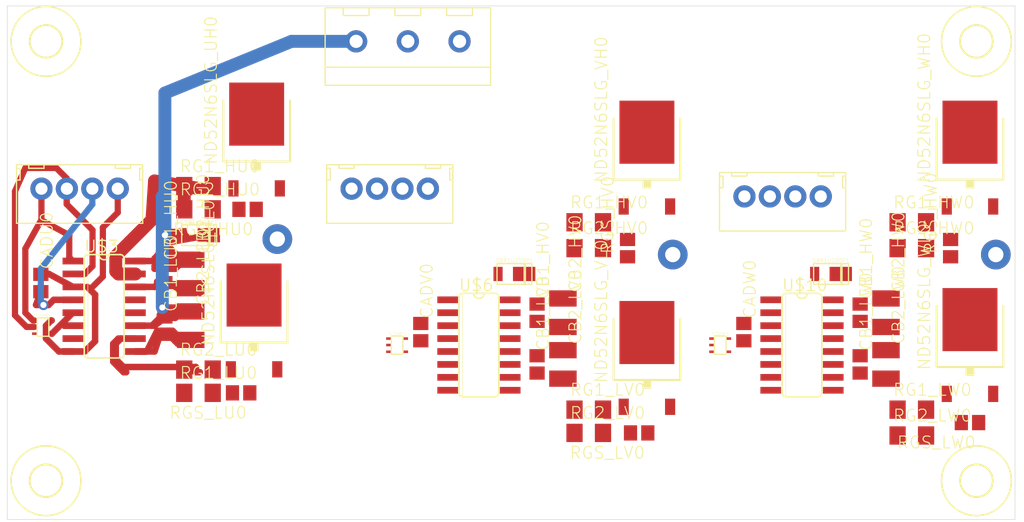
<source format=kicad_pcb>
(kicad_pcb (version 20211014) (generator pcbnew)
  (layers (0 "F.Cu" signal) (31 "B.Cu" signal) (34 "B.Paste" user) (35 "F.Paste" user) (36 "B.SilkS" user "B.Silkscreen") (37 "F.SilkS" user "F.Silkscreen") (38 "B.Mask" user) (39 "F.Mask" user) (44 "Edge.Cuts" user))
  (net 0 "")
  (net 1 "+5V")
  (net 2 "+18V")
  (net 3 "AGND")
  (net 4 "N$5")
  (net 5 "N$7")
  (net 6 "N$11")
  (net 7 "N$12")
  (net 8 "N$3")
  (net 9 "N$8")
  (net 10 "N$4")
  (net 11 "N$6")
  (net 12 "N$13")
  (net 13 "VCC")
  (net 14 "N$10")
  (net 15 "N$14")
  (net 16 "N$15")
  (net 17 "N$16")
  (net 18 "N$17")
  (net 19 "N$18")
  (net 20 "N$19")
  (net 21 "N$20")
  (net 22 "N$21")
  (net 23 "N$23")
  (net 24 "N$24")
  (net 25 "N$25")
  (net 26 "N$26")
  (net 27 "N$27")
  (net 28 "N$28")
  (net 29 "N$29")
  (net 30 "N$30")
  (net 31 "N$31")
  (net 32 "N$2")
  (net 33 "N$1")
  (net 34 "N$33")
  (net 35 "N$9")
  (net 36 "N$22")
  (footprint "motordriver_v2:R2012" (layer "F.Cu") (at 161.0841 121.7296 180)
    (fp_text reference "RGS_LV0" (at -0.635 -1.27 180) (layer "F.SilkS") (effects (font (size 1.1684 1.1684) (thickness 0.1016)) (justify right top)))
    (fp_text value "10k")
    (pad "1" smd rect (at -0.85 0 180) (size 1.3 1.5) (layers "F.Cu" "F.Paste" "F.Mask") (net 3 "AGND"))
    (pad "2" smd rect (at 0.85 0 180) (size 1.3 1.5) (layers "F.Cu" "F.Paste" "F.Mask") (net 14 "N$10"))
  )
  (footprint "motordriver_v2:3,0" (layer "F.Cu") (at 194.2311 126.4286)
    (fp_text reference "H2" hide)
    (fp_text value "MOUNT-HOLE3.0" hide)
    (pad "" np_thru_hole circle (at 0 0) (size 3 3) (drill 3) (layers *.Cu *.Mask))
  )
  (footprint "motordriver_v2:C3225" (layer "F.Cu") (at 185.3411 109.9186 -90)
    (fp_text reference "CB2_HW0" (at -1.905 -1.905 -90) (layer "F.SilkS") (effects (font (size 1.1684 1.1684) (thickness 0.1016)) (justify left bottom)))
    (fp_text value "10u")
    (pad "1" smd rect (at -1.4 0 270) (size 1.6 2.7) (layers "F.Cu" "F.Paste" "F.Mask") (net 25 "N$25"))
    (pad "2" smd rect (at 1.4 0 270) (size 1.6 2.7) (layers "F.Cu" "F.Paste" "F.Mask") (net 26 "N$26"))
  )
  (footprint "motordriver_v2:C2012" (layer "F.Cu") (at 171.3711 111.8236 -90)
    (fp_text reference "CADW0" (at -1.27 -1.27 -90) (layer "F.SilkS") (effects (font (size 1.1684 1.1684) (thickness 0.1016)) (justify left bottom)))
    (fp_text value "0.1u")
    (pad "1" smd rect (at -0.85 0 270) (size 1.3 1.5) (layers "F.Cu" "F.Paste" "F.Mask") (net 1 "+5V"))
    (pad "2" smd rect (at 0.85 0 270) (size 1.3 1.5) (layers "F.Cu" "F.Paste" "F.Mask") (net 36 "N$22"))
  )
  (footprint "motordriver_v2:SBR1U200P1" (layer "F.Cu") (at 178.3561 106.1086)
    (fp_text reference "U$11" hide)
    (fp_text value "SBR1U200P1" hide)
    (fp_text user "SBR1U200P1" (at 3.429 -1.524) (layer "F.SilkS") (effects (font (size 0.373888 0.373888) (thickness 0.032512)) (justify right top)))
    (pad "A" smd rect (at -0.0254 0 180) (size 0.9 1.4) (layers "F.Cu" "F.Paste" "F.Mask") (net 13 "VCC"))
    (pad "K" smd rect (at 2.54 0 180) (size 2.2 1.4) (layers "F.Cu" "F.Paste" "F.Mask") (net 25 "N$25"))
  )
  (footprint "motordriver_v2:R3216" (layer "F.Cu") (at 156.1311 119.4436)
    (fp_text reference "RG1_LV0" (at -1.905 -1.27) (layer "F.SilkS") (effects (font (size 1.1684 1.1684) (thickness 0.1016)) (justify left bottom)))
    (fp_text value "100")
    (pad "1" smd rect (at -1.4 0) (size 1.6 1.8) (layers "F.Cu" "F.Paste" "F.Mask") (net 19 "N$18"))
    (pad "2" smd rect (at 1.4 0) (size 1.6 1.8) (layers "F.Cu" "F.Paste" "F.Mask") (net 14 "N$10"))
  )
  (footprint "motordriver_v2:C2012" (layer "F.Cu") (at 114.4751 106.1086 -90)
    (fp_text reference "CB1_HU0" (at -1.27 -1.27 -90) (layer "F.SilkS") (effects (font (size 1.1684 1.1684) (thickness 0.1016)) (justify left bottom)))
    (fp_text value "0.1u")
    (pad "1" smd rect (at -0.85 0 270) (size 1.3 1.5) (layers "F.Cu" "F.Paste" "F.Mask") (net 6 "N$11"))
    (pad "2" smd rect (at 0.85 0 270) (size 1.3 1.5) (layers "F.Cu" "F.Paste" "F.Mask") (net 7 "N$12"))
  )
  (footprint "motordriver_v2:TERMINAL_3PIN" (layer "F.Cu") (at 143.4311 83.2486 180)
    (fp_text reference "U$7" hide)
    (fp_text value "TERMINAL_3PIN" hide)
    (pad "1" thru_hole circle (at 0 0 180) (size 2.1844 2.1844) (drill 1.3) (layers *.Cu *.Mask) (net 3 "AGND"))
    (pad "2" thru_hole circle (at 5.08 0 180) (size 2.1844 2.1844) (drill 1.3) (layers *.Cu *.Mask) (net 2 "+18V"))
    (pad "3" thru_hole circle (at 10.16 0 180) (size 2.1844 2.1844) (drill 1.3) (layers *.Cu *.Mask) (net 13 "VCC"))
  )
  (footprint "motordriver_v2:C2012" (layer "F.Cu") (at 114.4751 111.1886 -90)
    (fp_text reference "CB1_LU0" (at -1.27 -1.27 -90) (layer "F.SilkS") (effects (font (size 1.1684 1.1684) (thickness 0.1016)) (justify left bottom)))
    (fp_text value "0.1u")
    (pad "1" smd rect (at -0.85 0 270) (size 1.3 1.5) (layers "F.Cu" "F.Paste" "F.Mask") (net 13 "VCC"))
    (pad "2" smd rect (at 0.85 0 270) (size 1.3 1.5) (layers "F.Cu" "F.Paste" "F.Mask") (net 3 "AGND"))
  )
  (footprint "motordriver_v2:3,0" (layer "F.Cu") (at 194.2311 83.2486)
    (fp_text reference "H1" hide)
    (fp_text value "MOUNT-HOLE3.0" hide)
    (pad "" np_thru_hole circle (at 0 0) (size 3 3) (drill 3) (layers *.Cu *.Mask))
  )
  (footprint "motordriver_v2:TO252" (layer "F.Cu") (at 161.8461 94.6786)
    (fp_text reference "ND52N6SLG_VH0" (at -3.81 2.54 90) (layer "F.SilkS") (effects (font (size 1.1684 1.1684) (thickness 0.1016)) (justify left bottom)))
    (fp_text value "ND52N6SLG")
    (pad "1" smd rect (at -2.28 4.8) (size 1 1.6) (layers "F.Cu" "F.Paste" "F.Mask") (net 15 "N$14"))
    (pad "3" smd rect (at 2.28 4.8) (size 1 1.6) (layers "F.Cu" "F.Paste" "F.Mask") (net 17 "N$16"))
    (pad "4" smd rect (at 0 -2.5) (size 5.4 6.2) (layers "F.Cu" "F.Paste" "F.Mask") (net 2 "+18V"))
  )
  (footprint "motordriver_v2:C2012" (layer "F.Cu") (at 182.8011 109.9186 -90)
    (fp_text reference "CB1_HW0" (at -1.27 -1.27 -90) (layer "F.SilkS") (effects (font (size 1.1684 1.1684) (thickness 0.1016)) (justify left bottom)))
    (fp_text value "0.1u")
    (pad "1" smd rect (at -0.85 0 270) (size 1.3 1.5) (layers "F.Cu" "F.Paste" "F.Mask") (net 25 "N$25"))
    (pad "2" smd rect (at 0.85 0 270) (size 1.3 1.5) (layers "F.Cu" "F.Paste" "F.Mask") (net 26 "N$26"))
  )
  (footprint "motordriver_v2:SBR1U200P1" (layer "F.Cu") (at 116.2531 102.2986)
    (fp_text reference "SBD_U0" hide)
    (fp_text value "SBR1U200P1" hide)
    (fp_text user "SBR1U200P1" (at 3.429 -1.524) (layer "F.SilkS") (effects (font (size 0.373888 0.373888) (thickness 0.032512)) (justify right top)))
    (pad "A" smd rect (at -0.0254 0 180) (size 0.9 1.4) (layers "F.Cu" "F.Paste" "F.Mask") (net 13 "VCC"))
    (pad "K" smd rect (at 2.54 0 180) (size 2.2 1.4) (layers "F.Cu" "F.Paste" "F.Mask") (net 6 "N$11"))
  )
  (footprint "motordriver_v2:TC7S08FU" (layer "F.Cu") (at 168.1961 112.4586)
    (fp_text reference "U$12" hide)
    (fp_text value "TC7S08FU" hide)
    (fp_text user "TC7S08FU" (at -0.0508 -0.3556) (layer "F.SilkS") (effects (font (size 0.23368 0.23368) (thickness 0.02032)) (justify left bottom)))
    (pad "GND" smd rect (at 0 1.2954) (size 0.45 0.25) (layers "F.Cu" "F.Paste" "F.Mask") (net 36 "N$22"))
    (pad "INA" smd rect (at 0 0.635) (size 0.45 0.25) (layers "F.Cu" "F.Paste" "F.Mask") (net 31 "N$31"))
    (pad "INB" smd rect (at 0 0) (size 0.45 0.25) (layers "F.Cu" "F.Paste" "F.Mask") (net 30 "N$30"))
    (pad "OUT" smd rect (at 1.7018 1.2954) (size 0.45 0.25) (layers "F.Cu" "F.Paste" "F.Mask") (net 29 "N$29"))
    (pad "VCC" smd rect (at 1.7018 0) (size 0.45 0.25) (layers "F.Cu" "F.Paste" "F.Mask") (net 1 "+5V"))
  )
  (footprint "motordriver_v2:R3216" (layer "F.Cu") (at 117.7771 115.5066)
    (fp_text reference "RG2_LU0" (at -1.905 -1.27) (layer "F.SilkS") (effects (font (size 1.1684 1.1684) (thickness 0.1016)) (justify left bottom)))
    (fp_text value "100")
    (pad "1" smd rect (at -1.4 0) (size 1.6 1.8) (layers "F.Cu" "F.Paste" "F.Mask") (net 9 "N$8"))
    (pad "2" smd rect (at 1.4 0) (size 1.6 1.8) (layers "F.Cu" "F.Paste" "F.Mask") (net 4 "N$5"))
  )
  (footprint "motordriver_v2:C3225" (layer "F.Cu") (at 185.3411 114.9986 -90)
    (fp_text reference "CB2_LW0" (at -1.905 -1.905 -90) (layer "F.SilkS") (effects (font (size 1.1684 1.1684) (thickness 0.1016)) (justify left bottom)))
    (fp_text value "10u")
    (pad "1" smd rect (at -1.4 0 270) (size 1.6 2.7) (layers "F.Cu" "F.Paste" "F.Mask") (net 13 "VCC"))
    (pad "2" smd rect (at 1.4 0 270) (size 1.6 2.7) (layers "F.Cu" "F.Paste" "F.Mask") (net 3 "AGND"))
  )
  (footprint "motordriver_v2:C3225" (layer "F.Cu") (at 117.0151 111.1886 -90)
    (fp_text reference "CB2_LU0" (at -1.905 -1.905 -90) (layer "F.SilkS") (effects (font (size 1.1684 1.1684) (thickness 0.1016)) (justify left bottom)))
    (fp_text value "10u")
    (pad "1" smd rect (at -1.4 0 270) (size 1.6 2.7) (layers "F.Cu" "F.Paste" "F.Mask") (net 13 "VCC"))
    (pad "2" smd rect (at 1.4 0 270) (size 1.6 2.7) (layers "F.Cu" "F.Paste" "F.Mask") (net 3 "AGND"))
  )
  (footprint "motordriver_v2:R3216" (layer "F.Cu") (at 117.7771 99.7586)
    (fp_text reference "RG2_HU0" (at -1.905 -1.27) (layer "F.SilkS") (effects (font (size 1.1684 1.1684) (thickness 0.1016)) (justify left bottom)))
    (fp_text value "100")
    (pad "1" smd rect (at -1.4 0) (size 1.6 1.8) (layers "F.Cu" "F.Paste" "F.Mask") (net 8 "N$3"))
    (pad "2" smd rect (at 1.4 0) (size 1.6 1.8) (layers "F.Cu" "F.Paste" "F.Mask") (net 5 "N$7"))
  )
  (footprint "motordriver_v2:TC7S08FU" (layer "F.Cu") (at 136.4461 112.4586)
    (fp_text reference "U$8" hide)
    (fp_text value "TC7S08FU" hide)
    (fp_text user "TC7S08FU" (at -0.0508 -0.3556) (layer "F.SilkS") (effects (font (size 0.23368 0.23368) (thickness 0.02032)) (justify left bottom)))
    (pad "GND" smd rect (at 0 1.2954) (size 0.45 0.25) (layers "F.Cu" "F.Paste" "F.Mask") (net 35 "N$9"))
    (pad "INA" smd rect (at 0 0.635) (size 0.45 0.25) (layers "F.Cu" "F.Paste" "F.Mask") (net 22 "N$21"))
    (pad "INB" smd rect (at 0 0) (size 0.45 0.25) (layers "F.Cu" "F.Paste" "F.Mask") (net 21 "N$20"))
    (pad "OUT" smd rect (at 1.7018 1.2954) (size 0.45 0.25) (layers "F.Cu" "F.Paste" "F.Mask") (net 20 "N$19"))
    (pad "VCC" smd rect (at 1.7018 0) (size 0.45 0.25) (layers "F.Cu" "F.Paste" "F.Mask") (net 33 "N$1"))
  )
  (footprint "motordriver_v2:TO252" (layer "F.Cu") (at 193.5961 113.0936)
    (fp_text reference "ND52N6SLG_WL0" (at -3.81 2.54 90) (layer "F.SilkS") (effects (font (size 1.1684 1.1684) (thickness 0.1016)) (justify left bottom)))
    (fp_text value "ND52N6SLG")
    (pad "1" smd rect (at -2.28 4.8) (size 1 1.6) (layers "F.Cu" "F.Paste" "F.Mask") (net 23 "N$23"))
    (pad "3" smd rect (at 2.28 4.8) (size 1 1.6) (layers "F.Cu" "F.Paste" "F.Mask") (net 3 "AGND"))
    (pad "4" smd rect (at 0 -2.5) (size 5.4 6.2) (layers "F.Cu" "F.Paste" "F.Mask") (net 26 "N$26"))
  )
  (footprint "motordriver_v2:B4B-XH-A" (layer "F.Cu") (at 106.0931 97.7266 180)
    (fp_text reference "U$1" hide)
    (fp_text value "B4B-XH-A" hide)
    (pad "1" thru_hole circle (at -3.75 0 270) (size 2.1844 2.1844) (drill 1.2) (layers *.Cu *.Mask) (net 32 "N$2"))
    (pad "2" thru_hole circle (at -1.25 0 270) (size 2.1844 2.1844) (drill 1.2) (layers *.Cu *.Mask) (net 34 "N$33"))
    (pad "3" thru_hole circle (at 1.25 0 270) (size 2.1844 2.1844) (drill 1.2) (layers *.Cu *.Mask) (net 12 "N$13"))
    (pad "4" thru_hole circle (at 3.75 0 270) (size 2.1844 2.1844) (drill 1.2) (layers *.Cu *.Mask) (net 11 "N$6"))
  )
  (footprint "motordriver_v2:C3225" (layer "F.Cu") (at 153.5911 109.9186 -90)
    (fp_text reference "CB2_HV0" (at -1.905 -1.905 -90) (layer "F.SilkS") (effects (font (size 1.1684 1.1684) (thickness 0.1016)) (justify left bottom)))
    (fp_text value "10u")
    (pad "1" smd rect (at -1.4 0 270) (size 1.6 2.7) (layers "F.Cu" "F.Paste" "F.Mask") (net 16 "N$15"))
    (pad "2" smd rect (at 1.4 0 270) (size 1.6 2.7) (layers "F.Cu" "F.Paste" "F.Mask") (net 17 "N$16"))
  )
  (footprint "motordriver_v2:R2012" (layer "F.Cu") (at 193.5961 120.7136 180)
    (fp_text reference "RGS_LW0" (at -0.635 -1.27 180) (layer "F.SilkS") (effects (font (size 1.1684 1.1684) (thickness 0.1016)) (justify right top)))
    (fp_text value "10k")
    (pad "1" smd rect (at -0.85 0 180) (size 1.3 1.5) (layers "F.Cu" "F.Paste" "F.Mask") (net 3 "AGND"))
    (pad "2" smd rect (at 0.85 0 180) (size 1.3 1.5) (layers "F.Cu" "F.Paste" "F.Mask") (net 23 "N$23"))
  )
  (footprint "motordriver_v2:3,0" (layer "F.Cu") (at 102.7911 126.4286)
    (fp_text reference "H3" hide)
    (fp_text value "MOUNT-HOLE3.0" hide)
    (pad "" np_thru_hole circle (at 0 0) (size 3 3) (drill 3) (layers *.Cu *.Mask))
  )
  (footprint "motordriver_v2:C2012" (layer "F.Cu") (at 151.0511 109.9186 -90)
    (fp_text reference "CB1_HV0" (at -1.27 -1.27 -90) (layer "F.SilkS") (effects (font (size 1.1684 1.1684) (thickness 0.1016)) (justify left bottom)))
    (fp_text value "0.1u")
    (pad "1" smd rect (at -0.85 0 270) (size 1.3 1.5) (layers "F.Cu" "F.Paste" "F.Mask") (net 16 "N$15"))
    (pad "2" smd rect (at 0.85 0 270) (size 1.3 1.5) (layers "F.Cu" "F.Paste" "F.Mask") (net 17 "N$16"))
  )
  (footprint "motordriver_v2:TO252" (layer "F.Cu") (at 193.5961 94.6786)
    (fp_text reference "ND52N6SLG_WH0" (at -3.81 2.54 90) (layer "F.SilkS") (effects (font (size 1.1684 1.1684) (thickness 0.1016)) (justify left bottom)))
    (fp_text value "ND52N6SLG")
    (pad "1" smd rect (at -2.28 4.8) (size 1 1.6) (layers "F.Cu" "F.Paste" "F.Mask") (net 24 "N$24"))
    (pad "3" smd rect (at 2.28 4.8) (size 1 1.6) (layers "F.Cu" "F.Paste" "F.Mask") (net 26 "N$26"))
    (pad "4" smd rect (at 0 -2.5) (size 5.4 6.2) (layers "F.Cu" "F.Paste" "F.Mask") (net 2 "+18V"))
  )
  (footprint "motordriver_v2:R3216" (layer "F.Cu") (at 187.8811 101.0286)
    (fp_text reference "RG1_HW0" (at -1.905 -1.27) (layer "F.SilkS") (effects (font (size 1.1684 1.1684) (thickness 0.1016)) (justify left bottom)))
    (fp_text value "100")
    (pad "1" smd rect (at -1.4 0) (size 1.6 1.8) (layers "F.Cu" "F.Paste" "F.Mask") (net 27 "N$27"))
    (pad "2" smd rect (at 1.4 0) (size 1.6 1.8) (layers "F.Cu" "F.Paste" "F.Mask") (net 24 "N$24"))
  )
  (footprint "motordriver_v2:TH_HOLE_1.5MM" (layer "F.Cu") (at 164.3861 104.2036)
    (fp_text reference "U1" hide)
    (fp_text value "TH_HOLE_1.5MM" hide)
    (pad "P$1" thru_hole circle (at 0 0) (size 2.921 2.921) (drill 1.5) (layers *.Cu *.Mask) (net 17 "N$16"))
  )
  (footprint "motordriver_v2:R2012" (layer "F.Cu") (at 122.6031 99.7586 180)
    (fp_text reference "RGS_HU0" (at -0.635 -1.27 180) (layer "F.SilkS") (effects (font (size 1.1684 1.1684) (thickness 0.1016)) (justify right top)))
    (fp_text value "10k")
    (pad "1" smd rect (at -0.85 0 180) (size 1.3 1.5) (layers "F.Cu" "F.Paste" "F.Mask") (net 7 "N$12"))
    (pad "2" smd rect (at 0.85 0 180) (size 1.3 1.5) (layers "F.Cu" "F.Paste" "F.Mask") (net 5 "N$7"))
  )
  (footprint "motordriver_v2:C2012" (layer "F.Cu") (at 182.8011 114.9986 -90)
    (fp_text reference "CB1_LW0" (at -1.27 -1.27 -90) (layer "F.SilkS") (effects (font (size 1.1684 1.1684) (thickness 0.1016)) (justify left bottom)))
    (fp_text value "0.1u")
    (pad "1" smd rect (at -0.85 0 270) (size 1.3 1.5) (layers "F.Cu" "F.Paste" "F.Mask") (net 13 "VCC"))
    (pad "2" smd rect (at 0.85 0 270) (size 1.3 1.5) (layers "F.Cu" "F.Paste" "F.Mask") (net 3 "AGND"))
  )
  (footprint "motordriver_v2:TC7S08FU" (layer "F.Cu") (at 101.6481 110.6806)
    (fp_text reference "U$5" hide)
    (fp_text value "TC7S08FU" hide)
    (fp_text user "TC7S08FU" (at -0.0508 -0.3556) (layer "F.SilkS") (effects (font (size 0.23368 0.23368) (thickness 0.02032)) (justify left bottom)))
    (pad "GND" smd rect (at 0 1.2954) (size 0.45 0.25) (layers "F.Cu" "F.Paste" "F.Mask") (net 34 "N$33"))
    (pad "INA" smd rect (at 0 0.635) (size 0.45 0.25) (layers "F.Cu" "F.Paste" "F.Mask") (net 12 "N$13"))
    (pad "INB" smd rect (at 0 0) (size 0.45 0.25) (layers "F.Cu" "F.Paste" "F.Mask") (net 11 "N$6"))
    (pad "OUT" smd rect (at 1.7018 1.2954) (size 0.45 0.25) (layers "F.Cu" "F.Paste" "F.Mask") (net 10 "N$4"))
    (pad "VCC" smd rect (at 1.7018 0) (size 0.45 0.25) (layers "F.Cu" "F.Paste" "F.Mask") (net 32 "N$2"))
  )
  (footprint "motordriver_v2:SBR1U200P1" (layer "F.Cu") (at 147.2411 106.1086)
    (fp_text reference "SBD_V0" hide)
    (fp_text value "SBR1U200P1" hide)
    (fp_text user "SBR1U200P1" (at 3.429 -1.524) (layer "F.SilkS") (effects (font (size 0.373888 0.373888) (thickness 0.032512)) (justify right top)))
    (pad "A" smd rect (at -0.0254 0 180) (size 0.9 1.4) (layers "F.Cu" "F.Paste" "F.Mask") (net 13 "VCC"))
    (pad "K" smd rect (at 2.54 0 180) (size 2.2 1.4) (layers "F.Cu" "F.Paste" "F.Mask") (net 16 "N$15"))
  )
  (footprint "motordriver_v2:R3216" (layer "F.Cu") (at 187.8811 103.5686)
    (fp_text reference "RG2_HW0" (at -1.905 -1.27) (layer "F.SilkS") (effects (font (size 1.1684 1.1684) (thickness 0.1016)) (justify left bottom)))
    (fp_text value "100")
    (pad "1" smd rect (at -1.4 0) (size 1.6 1.8) (layers "F.Cu" "F.Paste" "F.Mask") (net 27 "N$27"))
    (pad "2" smd rect (at 1.4 0) (size 1.6 1.8) (layers "F.Cu" "F.Paste" "F.Mask") (net 24 "N$24"))
  )
  (footprint "motordriver_v2:R3216" (layer "F.Cu") (at 156.1311 103.5686)
    (fp_text reference "RG2_HV0" (at -1.905 -1.27) (layer "F.SilkS") (effects (font (size 1.1684 1.1684) (thickness 0.1016)) (justify left bottom)))
    (fp_text value "100")
    (pad "1" smd rect (at -1.4 0) (size 1.6 1.8) (layers "F.Cu" "F.Paste" "F.Mask") (net 18 "N$17"))
    (pad "2" smd rect (at 1.4 0) (size 1.6 1.8) (layers "F.Cu" "F.Paste" "F.Mask") (net 15 "N$14"))
  )
  (footprint "motordriver_v2:R3216" (layer "F.Cu") (at 117.7771 97.4726)
    (fp_text reference "RG1_HU0" (at -1.905 -1.27) (layer "F.SilkS") (effects (font (size 1.1684 1.1684) (thickness 0.1016)) (justify left bottom)))
    (fp_text value "100")
    (pad "1" smd rect (at -1.4 0) (size 1.6 1.8) (layers "F.Cu" "F.Paste" "F.Mask") (net 8 "N$3"))
    (pad "2" smd rect (at 1.4 0) (size 1.6 1.8) (layers "F.Cu" "F.Paste" "F.Mask") (net 5 "N$7"))
  )
  (footprint "motordriver_v2:R2012" (layer "F.Cu") (at 191.6911 103.5686 90)
    (fp_text reference "RGS_HW0" (at -0.635 -1.27 90) (layer "F.SilkS") (effects (font (size 1.1684 1.1684) (thickness 0.1016)) (justify left bottom)))
    (fp_text value "10k")
    (pad "1" smd rect (at -0.85 0 90) (size 1.3 1.5) (layers "F.Cu" "F.Paste" "F.Mask") (net 26 "N$26"))
    (pad "2" smd rect (at 0.85 0 90) (size 1.3 1.5) (layers "F.Cu" "F.Paste" "F.Mask") (net 24 "N$24"))
  )
  (footprint "motordriver_v2:TH_HOLE_1.5MM" (layer "F.Cu") (at 196.1361 104.2036)
    (fp_text reference "U2" hide)
    (fp_text value "TH_HOLE_1.5MM" hide)
    (pad "P$1" thru_hole circle (at 0 0) (size 2.921 2.921) (drill 1.5) (layers *.Cu *.Mask) (net 26 "N$26"))
  )
  (footprint "motordriver_v2:R3216" (layer "F.Cu") (at 156.1311 121.7296)
    (fp_text reference "RG2_LV0" (at -1.905 -1.27) (layer "F.SilkS") (effects (font (size 1.1684 1.1684) (thickness 0.1016)) (justify left bottom)))
    (fp_text value "100")
    (pad "1" smd rect (at -1.4 0) (size 1.6 1.8) (layers "F.Cu" "F.Paste" "F.Mask") (net 19 "N$18"))
    (pad "2" smd rect (at 1.4 0) (size 1.6 1.8) (layers "F.Cu" "F.Paste" "F.Mask") (net 14 "N$10"))
  )
  (footprint "motordriver_v2:C3225" (layer "F.Cu") (at 117.0151 106.1086 -90)
    (fp_text reference "CB2_HU0" (at -1.905 -1.905 -90) (layer "F.SilkS") (effects (font (size 1.1684 1.1684) (thickness 0.1016)) (justify left bottom)))
    (fp_text value "10u")
    (pad "1" smd rect (at -1.4 0 270) (size 1.6 2.7) (layers "F.Cu" "F.Paste" "F.Mask") (net 6 "N$11"))
    (pad "2" smd rect (at 1.4 0 270) (size 1.6 2.7) (layers "F.Cu" "F.Paste" "F.Mask") (net 7 "N$12"))
  )
  (footprint "motordriver_v2:3,0" (layer "F.Cu") (at 102.7911 83.2486)
    (fp_text reference "H4" hide)
    (fp_text value "MOUNT-HOLE3.0" hide)
    (pad "" np_thru_hole circle (at 0 0) (size 3 3) (drill 3) (layers *.Cu *.Mask))
  )
  (footprint "motordriver_v2:SO16" (layer "F.Cu") (at 105.9661 104.8386)
    (fp_text reference "U$3" (at 0.508 -0.762) (layer "F.SilkS") (effects (font (size 1.143 1.143) (thickness 0.127)) (justify left bottom)))
    (fp_text value "ADUM3224")
    (pad "DIS" smd rect (at -0.5334 5.08 270) (size 0.6604 2.032) (layers "F.Cu" "F.Paste" "F.Mask") (net 10 "N$4"))
    (pad "LGND" smd rect (at -0.5334 3.81 270) (size 0.6604 2.032) (layers "F.Cu" "F.Paste" "F.Mask") (net 34 "N$33"))
    (pad "NC1" smd rect (at -0.5334 6.35 270) (size 0.6604 2.032) (layers "F.Cu" "F.Paste" "F.Mask"))
    (pad "NC2" smd rect (at -0.5334 7.62 270) (size 0.6604 2.032) (layers "F.Cu" "F.Paste" "F.Mask"))
    (pad "NC3" smd rect (at 5.6134 5.08 270) (size 0.6604 2.032) (layers "F.Cu" "F.Paste" "F.Mask"))
    (pad "NC4" smd rect (at 5.6134 3.81 270) (size 0.6604 2.032) (layers "F.Cu" "F.Paste" "F.Mask"))
    (pad "PGND" smd rect (at 5.6134 8.89 270) (size 0.6604 2.032) (layers "F.Cu" "F.Paste" "F.Mask") (net 3 "AGND"))
    (pad "VCC1" smd rect (at -0.5334 2.54 270) (size 0.6604 2.032) (layers "F.Cu" "F.Paste" "F.Mask") (net 32 "N$2"))
    (pad "VCC2" smd rect (at -0.5334 8.89 270) (size 0.6604 2.032) (layers "F.Cu" "F.Paste" "F.Mask") (net 32 "N$2"))
    (pad "VDDH" smd rect (at 5.6134 0 270) (size 0.6604 2.032) (layers "F.Cu" "F.Paste" "F.Mask") (net 6 "N$11"))
    (pad "VDDL" smd rect (at 5.6134 6.35 270) (size 0.6604 2.032) (layers "F.Cu" "F.Paste" "F.Mask") (net 13 "VCC"))
    (pad "VIH" smd rect (at -0.5334 0 270) (size 0.6604 2.032) (layers "F.Cu" "F.Paste" "F.Mask") (net 11 "N$6"))
    (pad "VIL" smd rect (at -0.5334 1.27 270) (size 0.6604 2.032) (layers "F.Cu" "F.Paste" "F.Mask") (net 12 "N$13"))
    (pad "VOH" smd rect (at 5.6134 1.27 270) (size 0.6604 2.032) (layers "F.Cu" "F.Paste" "F.Mask") (net 8 "N$3"))
    (pad "VOL" smd rect (at 5.6134 7.62 270) (size 0.6604 2.032) (layers "F.Cu" "F.Paste" "F.Mask") (net 9 "N$8"))
    (pad "VS" smd rect (at 5.6134 2.54 270) (size 0.6604 2.032) (layers "F.Cu" "F.Paste" "F.Mask") (net 7 "N$12"))
  )
  (footprint "motordriver_v2:B4B-XH-A" (layer "F.Cu") (at 136.5731 97.7266 180)
    (fp_text reference "U$2" hide)
    (fp_text value "B4B-XH-A" hide)
    (pad "1" thru_hole circle (at -3.75 0 270) (size 2.1844 2.1844) (drill 1.2) (layers *.Cu *.Mask) (net 33 "N$1"))
    (pad "2" thru_hole circle (at -1.25 0 270) (size 2.1844 2.1844) (drill 1.2) (layers *.Cu *.Mask) (net 35 "N$9"))
    (pad "3" thru_hole circle (at 1.25 0 270) (size 2.1844 2.1844) (drill 1.2) (layers *.Cu *.Mask) (net 22 "N$21"))
    (pad "4" thru_hole circle (at 3.75 0 270) (size 2.1844 2.1844) (drill 1.2) (layers *.Cu *.Mask) (net 21 "N$20"))
  )
  (footprint "motordriver_v2:C2012" (layer "F.Cu") (at 151.0511 114.9986 -90)
    (fp_text reference "CB1_LV0" (at -1.27 -1.27 -90) (layer "F.SilkS") (effects (font (size 1.1684 1.1684) (thickness 0.1016)) (justify left bottom)))
    (fp_text value "0.1u")
    (pad "1" smd rect (at -0.85 0 270) (size 1.3 1.5) (layers "F.Cu" "F.Paste" "F.Mask") (net 13 "VCC"))
    (pad "2" smd rect (at 0.85 0 270) (size 1.3 1.5) (layers "F.Cu" "F.Paste" "F.Mask") (net 3 "AGND"))
  )
  (footprint "motordriver_v2:C2012" (layer "F.Cu") (at 102.2831 106.9976 -90)
    (fp_text reference "CADU0" (at -1.27 -1.27 -90) (layer "F.SilkS") (effects (font (size 1.1684 1.1684) (thickness 0.1016)) (justify left bottom)))
    (fp_text value "0.1u")
    (pad "1" smd rect (at -0.85 0 270) (size 1.3 1.5) (layers "F.Cu" "F.Paste" "F.Mask") (net 32 "N$2"))
    (pad "2" smd rect (at 0.85 0 270) (size 1.3 1.5) (layers "F.Cu" "F.Paste" "F.Mask") (net 34 "N$33"))
  )
  (footprint "motordriver_v2:TO252" (layer "F.Cu") (at 161.8461 114.3636)
    (fp_text reference "ND52N6SLG_VL0" (at -3.81 2.54 90) (layer "F.SilkS") (effects (font (size 1.1684 1.1684) (thickness 0.1016)) (justify left bottom)))
    (fp_text value "ND52N6SLG")
    (pad "1" smd rect (at -2.28 4.8) (size 1 1.6) (layers "F.Cu" "F.Paste" "F.Mask") (net 14 "N$10"))
    (pad "3" smd rect (at 2.28 4.8) (size 1 1.6) (layers "F.Cu" "F.Paste" "F.Mask") (net 3 "AGND"))
    (pad "4" smd rect (at 0 -2.5) (size 5.4 6.2) (layers "F.Cu" "F.Paste" "F.Mask") (net 17 "N$16"))
  )
  (footprint "motordriver_v2:B4B-XH-A" (layer "F.Cu") (at 175.1811 98.4886 180)
    (fp_text reference "U$4" hide)
    (fp_text value "B4B-XH-A" hide)
    (pad "1" thru_hole circle (at -3.75 0 270) (size 2.1844 2.1844) (drill 1.2) (layers *.Cu *.Mask) (net 1 "+5V"))
    (pad "2" thru_hole circle (at -1.25 0 270) (size 2.1844 2.1844) (drill 1.2) (layers *.Cu *.Mask) (net 36 "N$22"))
    (pad "3" thru_hole circle (at 1.25 0 270) (size 2.1844 2.1844) (drill 1.2) (layers *.Cu *.Mask) (net 30 "N$30"))
    (pad "4" thru_hole circle (at 3.75 0 270) (size 2.1844 2.1844) (drill 1.2) (layers *.Cu *.Mask) (net 31 "N$31"))
  )
  (footprint "motordriver_v2:TH_HOLE_1.5MM" (layer "F.Cu") (at 125.5241 102.6796)
    (fp_text reference "U0" hide)
    (fp_text value "TH_HOLE_1.5MM" hide)
    (pad "P$1" thru_hole circle (at 0 0) (size 2.921 2.921) (drill 1.5) (layers *.Cu *.Mask) (net 7 "N$12"))
  )
  (footprint "motordriver_v2:R3216" (layer "F.Cu") (at 156.1311 101.0286)
    (fp_text reference "RG1_HV0" (at -1.905 -1.27) (layer "F.SilkS") (effects (font (size 1.1684 1.1684) (thickness 0.1016)) (justify left bottom)))
    (fp_text value "100")
    (pad "1" smd rect (at -1.4 0) (size 1.6 1.8) (layers "F.Cu" "F.Paste" "F.Mask") (net 18 "N$17"))
    (pad "2" smd rect (at 1.4 0) (size 1.6 1.8) (layers "F.Cu" "F.Paste" "F.Mask") (net 15 "N$14"))
  )
  (footprint "motordriver_v2:R3216" (layer "F.Cu") (at 187.8811 121.9836)
    (fp_text reference "RG2_LW0" (at -1.905 -1.27) (layer "F.SilkS") (effects (font (size 1.1684 1.1684) (thickness 0.1016)) (justify left bottom)))
    (fp_text value "100")
    (pad "1" smd rect (at -1.4 0) (size 1.6 1.8) (layers "F.Cu" "F.Paste" "F.Mask") (net 28 "N$28"))
    (pad "2" smd rect (at 1.4 0) (size 1.6 1.8) (layers "F.Cu" "F.Paste" "F.Mask") (net 23 "N$23"))
  )
  (footprint "motordriver_v2:R2012" (layer "F.Cu") (at 159.9411 103.5686 90)
    (fp_text reference "RGS_HV0" (at -0.635 -1.27 90) (layer "F.SilkS") (effects (font (size 1.1684 1.1684) (thickness 0.1016)) (justify left bottom)))
    (fp_text value "10k")
    (pad "1" smd rect (at -0.85 0 90) (size 1.3 1.5) (layers "F.Cu" "F.Paste" "F.Mask") (net 17 "N$16"))
    (pad "2" smd rect (at 0.85 0 90) (size 1.3 1.5) (layers "F.Cu" "F.Paste" "F.Mask") (net 15 "N$14"))
  )
  (footprint "motordriver_v2:SO16" (layer "F.Cu") (at 174.5461 108.6486)
    (fp_text reference "U$10" (at 0.508 -0.762) (layer "F.SilkS") (effects (font (size 1.143 1.143) (thickness 0.127)) (justify left bottom)))
    (fp_text value "ADUM3224")
    (pad "DIS" smd rect (at -0.5334 5.08 270) (size 0.6604 2.032) (layers "F.Cu" "F.Paste" "F.Mask") (net 29 "N$29"))
    (pad "LGND" smd rect (at -0.5334 3.81 270) (size 0.6604 2.032) (layers "F.Cu" "F.Paste" "F.Mask") (net 36 "N$22"))
    (pad "NC1" smd rect (at -0.5334 6.35 270) (size 0.6604 2.032) (layers "F.Cu" "F.Paste" "F.Mask"))
    (pad "NC2" smd rect (at -0.5334 7.62 270) (size 0.6604 2.032) (layers "F.Cu" "F.Paste" "F.Mask"))
    (pad "NC3" smd rect (at 5.6134 5.08 270) (size 0.6604 2.032) (layers "F.Cu" "F.Paste" "F.Mask"))
    (pad "NC4" smd rect (at 5.6134 3.81 270) (size 0.6604 2.032) (layers "F.Cu" "F.Paste" "F.Mask"))
    (pad "PGND" smd rect (at 5.6134 8.89 270) (size 0.6604 2.032) (layers "F.Cu" "F.Paste" "F.Mask") (net 3 "AGND"))
    (pad "VCC1" smd rect (at -0.5334 2.54 270) (size 0.6604 2.032) (layers "F.Cu" "F.Paste" "F.Mask") (net 1 "+5V"))
    (pad "VCC2" smd rect (at -0.5334 8.89 270) (size 0.6604 2.032) (layers "F.Cu" "F.Paste" "F.Mask") (net 1 "+5V"))
    (pad "VDDH" smd rect (at 5.6134 0 270) (size 0.6604 2.032) (layers "F.Cu" "F.Paste" "F.Mask") (net 25 "N$25"))
    (pad "VDDL" smd rect (at 5.6134 6.35 270) (size 0.6604 2.032) (layers "F.Cu" "F.Paste" "F.Mask") (net 13 "VCC"))
    (pad "VIH" smd rect (at -0.5334 0 270) (size 0.6604 2.032) (layers "F.Cu" "F.Paste" "F.Mask") (net 30 "N$30"))
    (pad "VIL" smd rect (at -0.5334 1.27 270) (size 0.6604 2.032) (layers "F.Cu" "F.Paste" "F.Mask") (net 31 "N$31"))
    (pad "VOH" smd rect (at 5.6134 1.27 270) (size 0.6604 2.032) (layers "F.Cu" "F.Paste" "F.Mask") (net 27 "N$27"))
    (pad "VOL" smd rect (at 5.6134 7.62 270) (size 0.6604 2.032) (layers "F.Cu" "F.Paste" "F.Mask") (net 28 "N$28"))
    (pad "VS" smd rect (at 5.6134 2.54 270) (size 0.6604 2.032) (layers "F.Cu" "F.Paste" "F.Mask") (net 26 "N$26"))
  )
  (footprint "motordriver_v2:R2012" (layer "F.Cu") (at 121.9681 117.7926 180)
    (fp_text reference "RGS_LU0" (at -0.635 -1.27 180) (layer "F.SilkS") (effects (font (size 1.1684 1.1684) (thickness 0.1016)) (justify right top)))
    (fp_text value "10k")
    (pad "1" smd rect (at -0.85 0 180) (size 1.3 1.5) (layers "F.Cu" "F.Paste" "F.Mask") (net 3 "AGND"))
    (pad "2" smd rect (at 0.85 0 180) (size 1.3 1.5) (layers "F.Cu" "F.Paste" "F.Mask") (net 4 "N$5"))
  )
  (footprint "motordriver_v2:SO16" (layer "F.Cu") (at 142.7961 108.6486)
    (fp_text reference "U$6" (at 0.508 -0.762) (layer "F.SilkS") (effects (font (size 1.143 1.143) (thickness 0.127)) (justify left bottom)))
    (fp_text value "ADUM3224")
    (pad "DIS" smd rect (at -0.5334 5.08 270) (size 0.6604 2.032) (layers "F.Cu" "F.Paste" "F.Mask") (net 20 "N$19"))
    (pad "LGND" smd rect (at -0.5334 3.81 270) (size 0.6604 2.032) (layers "F.Cu" "F.Paste" "F.Mask") (net 35 "N$9"))
    (pad "NC1" smd rect (at -0.5334 6.35 270) (size 0.6604 2.032) (layers "F.Cu" "F.Paste" "F.Mask"))
    (pad "NC2" smd rect (at -0.5334 7.62 270) (size 0.6604 2.032) (layers "F.Cu" "F.Paste" "F.Mask"))
    (pad "NC3" smd rect (at 5.6134 5.08 270) (size 0.6604 2.032) (layers "F.Cu" "F.Paste" "F.Mask"))
    (pad "NC4" smd rect (at 5.6134 3.81 270) (size 0.6604 2.032) (layers "F.Cu" "F.Paste" "F.Mask"))
    (pad "PGND" smd rect (at 5.6134 8.89 270) (size 0.6604 2.032) (layers "F.Cu" "F.Paste" "F.Mask") (net 3 "AGND"))
    (pad "VCC1" smd rect (at -0.5334 2.54 270) (size 0.6604 2.032) (layers "F.Cu" "F.Paste" "F.Mask") (net 33 "N$1"))
    (pad "VCC2" smd rect (at -0.5334 8.89 270) (size 0.6604 2.032) (layers "F.Cu" "F.Paste" "F.Mask") (net 33 "N$1"))
    (pad "VDDH" smd rect (at 5.6134 0 270) (size 0.6604 2.032) (layers "F.Cu" "F.Paste" "F.Mask") (net 16 "N$15"))
    (pad "VDDL" smd rect (at 5.6134 6.35 270) (size 0.6604 2.032) (layers "F.Cu" "F.Paste" "F.Mask") (net 13 "VCC"))
    (pad "VIH" smd rect (at -0.5334 0 270) (size 0.6604 2.032) (layers "F.Cu" "F.Paste" "F.Mask") (net 21 "N$20"))
    (pad "VIL" smd rect (at -0.5334 1.27 270) (size 0.6604 2.032) (layers "F.Cu" "F.Paste" "F.Mask") (net 22 "N$21"))
    (pad "VOH" smd rect (at 5.6134 1.27 270) (size 0.6604 2.032) (layers "F.Cu" "F.Paste" "F.Mask") (net 18 "N$17"))
    (pad "VOL" smd rect (at 5.6134 7.62 270) (size 0.6604 2.032) (layers "F.Cu" "F.Paste" "F.Mask") (net 19 "N$18"))
    (pad "VS" smd rect (at 5.6134 2.54 270) (size 0.6604 2.032) (layers "F.Cu" "F.Paste" "F.Mask") (net 17 "N$16"))
  )
  (footprint "motordriver_v2:R3216" (layer "F.Cu") (at 187.8811 119.4436)
    (fp_text reference "RG1_LW0" (at -1.905 -1.27) (layer "F.SilkS") (effects (font (size 1.1684 1.1684) (thickness 0.1016)) (justify left bottom)))
    (fp_text value "100")
    (pad "1" smd rect (at -1.4 0) (size 1.6 1.8) (layers "F.Cu" "F.Paste" "F.Mask") (net 28 "N$28"))
    (pad "2" smd rect (at 1.4 0) (size 1.6 1.8) (layers "F.Cu" "F.Paste" "F.Mask") (net 23 "N$23"))
  )
  (footprint "motordriver_v2:C3225" (layer "F.Cu") (at 153.5911 114.9986 -90)
    (fp_text reference "CB2_LV0" (at -1.905 -1.905 -90) (layer "F.SilkS") (effects (font (size 1.1684 1.1684) (thickness 0.1016)) (justify left bottom)))
    (fp_text value "10u")
    (pad "1" smd rect (at -1.4 0 270) (size 1.6 2.7) (layers "F.Cu" "F.Paste" "F.Mask") (net 13 "VCC"))
    (pad "2" smd rect (at 1.4 0 270) (size 1.6 2.7) (layers "F.Cu" "F.Paste" "F.Mask") (net 3 "AGND"))
  )
  (footprint "motordriver_v2:TO252" (layer "F.Cu") (at 123.2381 110.6806)
    (fp_text reference "ND52N6SLG_UL0" (at -3.81 2.54 90) (layer "F.SilkS") (effects (font (size 1.1684 1.1684) (thickness 0.1016)) (justify left bottom)))
    (fp_text value "ND52N6SLG")
    (pad "1" smd rect (at -2.28 4.8) (size 1 1.6) (layers "F.Cu" "F.Paste" "F.Mask") (net 4 "N$5"))
    (pad "3" smd rect (at 2.28 4.8) (size 1 1.6) (layers "F.Cu" "F.Paste" "F.Mask") (net 3 "AGND"))
    (pad "4" smd rect (at 0 -2.5) (size 5.4 6.2) (layers "F.Cu" "F.Paste" "F.Mask") (net 7 "N$12"))
  )
  (footprint "motordriver_v2:TO252" (layer "F.Cu") (at 123.4921 92.9006)
    (fp_text reference "ND52N6SLG_UH0" (at -3.81 2.54 90) (layer "F.SilkS") (effects (font (size 1.1684 1.1684) (thickness 0.1016)) (justify left bottom)))
    (fp_text value "ND52N6SLG")
    (pad "1" smd rect (at -2.28 4.8) (size 1 1.6) (layers "F.Cu" "F.Paste" "F.Mask") (net 5 "N$7"))
    (pad "3" smd rect (at 2.28 4.8) (size 1 1.6) (layers "F.Cu" "F.Paste" "F.Mask") (net 7 "N$12"))
    (pad "4" smd rect (at 0 -2.5) (size 5.4 6.2) (layers "F.Cu" "F.Paste" "F.Mask") (net 2 "+18V"))
  )
  (footprint "motordriver_v2:C2012" (layer "F.Cu") (at 139.6211 111.8236 -90)
    (fp_text reference "CADV0" (at -1.27 -1.27 -90) (layer "F.SilkS") (effects (font (size 1.1684 1.1684) (thickness 0.1016)) (justify left bottom)))
    (fp_text value "0.1u")
    (pad "1" smd rect (at -0.85 0 270) (size 1.3 1.5) (layers "F.Cu" "F.Paste" "F.Mask") (net 33 "N$1"))
    (pad "2" smd rect (at 0.85 0 270) (size 1.3 1.5) (layers "F.Cu" "F.Paste" "F.Mask") (net 35 "N$9"))
  )
  (footprint "motordriver_v2:R3216" (layer "F.Cu") (at 117.7771 117.7926)
    (fp_text reference "RG1_LU0" (at -1.905 -1.27) (layer "F.SilkS") (effects (font (size 1.1684 1.1684) (thickness 0.1016)) (justify left bottom)))
    (fp_text value "100")
    (pad "1" smd rect (at -1.4 0) (size 1.6 1.8) (layers "F.Cu" "F.Paste" "F.Mask") (net 9 "N$8"))
    (pad "2" smd rect (at 1.4 0) (size 1.6 1.8) (layers "F.Cu" "F.Paste" "F.Mask") (net 4 "N$5"))
  )
  (gr_line (start 98.9811 79.7686) (end 98.9811 130.2386) (layer "Edge.Cuts") (width 0.05))
  (gr_line (start 98.9811 130.2386) (end 198.0211 130.2386) (layer "Edge.Cuts") (width 0.05))
  (gr_line (start 198.0211 130.2386) (end 198.0211 79.7686) (layer "Edge.Cuts") (width 0.05))
  (gr_line (start 198.0211 79.7686) (end 98.9811 79.7686) (layer "Edge.Cuts") (width 0.05))
  (segment (start 111.5795 113.7286) (end 112.6971 113.7286) (width 0.635) (layer "F.Cu") (net 3))
  (segment (start 115.9991 112.4586) (end 115.2371 111.6966) (width 0.635) (layer "F.Cu") (net 3))
  (segment (start 111.5795 113.7286) (end 113.4591 113.7286) (width 0.635) (layer "F.Cu") (net 3))
  (segment (start 113.4591 113.7286) (end 113.9671 112.2046) (width 0.635) (layer "F.Cu") (net 3))
  (segment (start 115.7451 112.4586) (end 114.9831 111.6966) (width 0.635) (layer "F.Cu") (net 3))
  (segment (start 116.6311 112.2046) (end 117.0151 112.5886) (width 0.635) (layer "F.Cu") (net 3))
  (segment (start 115.9991 112.2046) (end 116.6311 112.2046) (width 0.635) (layer "F.Cu") (net 3))
  (segment (start 113.9671 112.2046) (end 115.2371 112.2046) (width 0.635) (layer "F.Cu") (net 3))
  (segment (start 115.9991 112.7126) (end 115.4911 112.7126) (width 0.635) (layer "F.Cu") (net 3))
  (segment (start 115.2371 112.2046) (end 115.9991 112.2046) (width 0.635) (layer "F.Cu") (net 3))
  (segment (start 114.9831 111.6966) (end 114.7291 111.6966) (width 0.635) (layer "F.Cu") (net 3))
  (segment (start 113.7131 111.6966) (end 114.1331 111.6966) (width 0.635) (layer "F.Cu") (net 3))
  (segment (start 114.7291 111.6966) (end 115.2371 112.2046) (width 0.635) (layer "F.Cu") (net 3))
  (segment (start 115.7451 112.9666) (end 115.7451 112.4586) (width 0.635) (layer "F.Cu") (net 3))
  (segment (start 115.4911 112.7126) (end 115.2371 112.4586) (width 0.635) (layer "F.Cu") (net 3))
  (segment (start 115.4911 112.7126) (end 115.7451 112.9666) (width 0.635) (layer "F.Cu") (net 3))
  (segment (start 114.9831 111.6966) (end 115.2371 111.6966) (width 0.635) (layer "F.Cu") (net 3))
  (segment (start 115.9991 112.2046) (end 116.2531 112.4586) (width 0.635) (layer "F.Cu") (net 3))
  (segment (start 114.1331 111.6966) (end 114.4751 112.0386) (width 0.635) (layer "F.Cu") (net 3))
  (segment (start 112.6971 113.7286) (end 113.7131 111.6966) (width 0.635) (layer "F.Cu") (net 3))
  (segment (start 116.2531 112.4586) (end 115.9991 112.7126) (width 0.635) (layer "F.Cu") (net 3))
  (segment (start 114.1331 111.6966) (end 114.7291 111.6966) (width 0.635) (layer "F.Cu") (net 3))
  (segment (start 113.9671 103.5686) (end 113.7131 104.8386) (width 0.635) (layer "F.Cu") (net 6))
  (segment (start 113.7131 104.8386) (end 113.4591 105.6006) (width 0.635) (layer "F.Cu") (net 6))
  (segment (start 113.9671 104.0766) (end 113.7131 104.3306) (width 0.635) (layer "F.Cu") (net 6))
  (segment (start 114.4751 103.0606) (end 114.4751 103.5686) (width 0.635) (layer "F.Cu") (net 6))
  (segment (start 114.4751 105.2586) (end 113.6251 105.2586) (width 0.635) (layer "F.Cu") (net 6))
  (segment (start 113.4591 105.6006) (end 115.4911 105.6006) (width 0.635) (layer "F.Cu") (net 6))
  (segment (start 115.4911 105.6006) (end 115.9991 105.0926) (width 0.635) (layer "F.Cu") (net 6))
  (segment (start 116.6371 104.3306) (end 117.0151 104.7086) (width 0.635) (layer "F.Cu") (net 6))
  (segment (start 113.7131 104.3306) (end 116.6371 104.3306) (width 0.635) (layer "F.Cu") (net 6))
  (segment (start 114.4751 103.5686) (end 113.9671 103.5686) (width 0.635) (layer "F.Cu") (net 6))
  (segment (start 116.5071 105.0926) (end 116.5071 104.8386) (width 0.635) (layer "F.Cu") (net 6))
  (segment (start 113.7131 104.3306) (end 113.4591 104.5846) (width 0.635) (layer "F.Cu") (net 6))
  (segment (start 118.7931 102.2986) (end 114.4751 103.0606) (width 0.635) (layer "F.Cu") (net 6))
  (segment (start 115.7451 104.3306) (end 114.9831 105.0926) (width 0.635) (layer "F.Cu") (net 6))
  (segment (start 113.4591 105.3466) (end 114.3871 105.3466) (width 0.635) (layer "F.Cu") (net 6))
  (segment (start 115.4911 104.8386) (end 114.9831 105.3466) (width 0.635) (layer "F.Cu") (net 6))
  (segment (start 114.9831 105.3466) (end 114.4751 105.3466) (width 0.635) (layer "F.Cu") (net 6))
  (segment (start 111.5795 104.8386) (end 113.7131 104.8386) (width 0.635) (layer "F.Cu") (net 6))
  (segment (start 113.6251 105.2586) (end 114.2211 104.8386) (width 0.635) (layer "F.Cu") (net 6))
  (segment (start 115.7451 104.3306) (end 114.4751 103.0606) (width 0.635) (layer "F.Cu") (net 6))
  (segment (start 113.7131 104.8386) (end 113.9671 104.8386) (width 0.635) (layer "F.Cu") (net 6))
  (segment (start 114.4751 104.0766) (end 114.4751 103.5686) (width 0.635) (layer "F.Cu") (net 6))
  (segment (start 115.9991 105.0926) (end 116.5071 105.0926) (width 0.635) (layer "F.Cu") (net 6))
  (segment (start 114.9831 105.3466) (end 115.4911 105.3466) (width 0.635) (layer "F.Cu") (net 6))
  (segment (start 113.4591 104.5846) (end 113.7131 104.8386) (width 0.635) (layer "F.Cu") (net 6))
  (segment (start 114.2211 104.8386) (end 113.9671 104.8386) (width 0.635) (layer "F.Cu") (net 6))
  (segment (start 113.9671 104.8386) (end 113.4591 105.3466) (width 0.635) (layer "F.Cu") (net 6))
  (segment (start 114.3871 105.3466) (end 114.4751 105.2586) (width 0.635) (layer "F.Cu") (net 6))
  (segment (start 114.7291 104.0766) (end 113.9671 104.0766) (width 0.635) (layer "F.Cu") (net 6))
  (segment (start 116.5071 104.8386) (end 115.4911 104.8386) (width 0.635) (layer "F.Cu") (net 6))
  (segment (start 115.4911 104.8386) (end 114.7291 104.0766) (width 0.635) (layer "F.Cu") (net 6))
  (segment (start 113.7131 104.8386) (end 113.7131 104.3306) (width 0.635) (layer "F.Cu") (net 6))
  (segment (start 115.7451 107.1246) (end 115.7451 107.3786) (width 0.635) (layer "F.Cu") (net 7))
  (segment (start 116.6371 107.8866) (end 117.0151 107.5086) (width 0.635) (layer "F.Cu") (net 7))
  (segment (start 114.4751 106.9586) (end 114.1331 106.9586) (width 0.635) (layer "F.Cu") (net 7))
  (segment (start 113.4591 107.3786) (end 113.7131 107.1246) (width 0.635) (layer "F.Cu") (net 7))
  (segment (start 114.3871 106.8706) (end 114.4751 106.9586) (width 0.635) (layer "F.Cu") (net 7))
  (segment (start 115.4911 107.1246) (end 115.2371 107.1246) (width 0.635) (layer "F.Cu") (net 7))
  (segment (start 111.5795 107.3786) (end 113.4591 107.3786) (width 0.635) (layer "F.Cu") (net 7))
  (segment (start 114.2211 107.3786) (end 113.7131 106.8706) (width 0.635) (layer "F.Cu") (net 7))
  (segment (start 113.9671 107.1246) (end 115.2371 107.1246) (width 0.635) (layer "F.Cu") (net 7))
  (segment (start 113.7131 106.8706) (end 114.3871 106.8706) (width 0.635) (layer "F.Cu") (net 7))
  (segment (start 115.2371 107.1246) (end 115.9991 107.8866) (width 0.635) (layer "F.Cu") (net 7))
  (segment (start 113.9671 107.1246) (end 113.7131 107.1246) (width 0.635) (layer "F.Cu") (net 7))
  (segment (start 115.7451 107.3786) (end 115.4911 107.1246) (width 0.635) (layer "F.Cu") (net 7))
  (segment (start 114.1331 106.9586) (end 113.9671 107.1246) (width 0.635) (layer "F.Cu") (net 7))
  (segment (start 114.2211 107.3786) (end 113.4591 107.3786) (width 0.635) (layer "F.Cu") (net 7))
  (segment (start 115.4911 107.1246) (end 115.7451 107.1246) (width 0.635) (layer "F.Cu") (net 7))
  (segment (start 115.9991 107.8866) (end 116.6371 107.8866) (width 0.635) (layer "F.Cu") (net 7))
  (segment (start 109.6491 104.3306) (end 113.2051 100.7746) (width 1.27) (layer "F.Cu") (net 8))
  (segment (start 111.5795 106.1086) (end 109.9031 106.1086) (width 1.27) (layer "F.Cu") (net 8))
  (segment (start 113.4591 96.9646) (end 117.9011 97.7266) (width 1.27) (layer "F.Cu") (net 8))
  (segment (start 117.9011 97.7266) (end 116.3771 97.4726) (width 1.27) (layer "F.Cu") (net 8))
  (segment (start 109.9031 106.1086) (end 109.6491 105.8546) (width 1.27) (layer "F.Cu") (net 8))
  (segment (start 113.2051 100.7746) (end 113.4591 96.9646) (width 1.27) (layer "F.Cu") (net 8))
  (segment (start 109.6491 105.8546) (end 109.6491 104.3306) (width 1.27) (layer "F.Cu") (net 8))
  (segment (start 116.3771 97.4726) (end 116.3771 99.7586) (width 1.27) (layer "F.Cu") (net 8))
  (segment (start 109.6491 114.7446) (end 110.1571 115.2526) (width 0.635) (layer "F.Cu") (net 9))
  (segment (start 111.5795 112.4586) (end 110.1571 112.4586) (width 0.635) (layer "F.Cu") (net 9))
  (segment (start 109.3951 114.4906) (end 109.3951 112.9666) (width 0.635) (layer "F.Cu") (net 9))
  (segment (start 109.9031 112.4586) (end 110.1571 112.4586) (width 0.635) (layer "F.Cu") (net 9))
  (segment (start 110.4111 115.2526) (end 110.1571 115.2526) (width 0.635) (layer "F.Cu") (net 9))
  (segment (start 110.6651 115.7606) (end 110.1571 115.2526) (width 0.635) (layer "F.Cu") (net 9))
  (segment (start 109.9031 115.2526) (end 109.3951 114.7446) (width 0.635) (layer "F.Cu") (net 9))
  (segment (start 117.5231 115.2526) (end 117.5231 115.7606) (width 0.635) (layer "F.Cu") (net 9))
  (segment (start 110.1571 115.2526) (end 109.9031 115.2526) (width 0.635) (layer "F.Cu") (net 9))
  (segment (start 110.4111 115.2526) (end 117.5231 115.2526) (width 0.635) (layer "F.Cu") (net 9))
  (segment (start 109.3951 112.9666) (end 109.9031 112.4586) (width 0.635) (layer "F.Cu") (net 9))
  (segment (start 110.4111 115.7606) (end 110.6651 115.7606) (width 0.635) (layer "F.Cu") (net 9))
  (segment (start 109.6491 114.4906) (end 109.6491 114.7446) (width 0.635) (layer "F.Cu") (net 9))
  (segment (start 109.6491 112.9666) (end 109.6491 114.4906) (width 0.635) (layer "F.Cu") (net 9))
  (segment (start 110.1571 112.4586) (end 109.6491 112.9666) (width 0.635) (layer "F.Cu") (net 9))
  (segment (start 117.5231 115.7606) (end 117.9011 115.7606) (width 0.635) (layer "F.Cu") (net 9))
  (segment (start 109.9031 115.2526) (end 110.4111 115.7606) (width 0.635) (layer "F.Cu") (net 9))
  (segment (start 117.9011 115.7606) (end 116.3771 115.5066) (width 0.635) (layer "F.Cu") (net 9))
  (segment (start 109.6491 114.7446) (end 109.3951 114.4906) (width 0.635) (layer "F.Cu") (net 9))
  (segment (start 109.6491 114.4906) (end 110.4111 115.2526) (width 0.635) (layer "F.Cu") (net 9))
  (segment (start 103.3753 111.976) (end 105.4327 109.9186) (width 0.635) (layer "F.Cu") (net 10))
  (segment (start 103.3499 111.976) (end 103.3753 111.976) (width 0.635) (layer "F.Cu") (net 10))
  (segment (start 102.3431 97.7266) (end 102.3431 100.7746) (width 0.6096) (layer "F.Cu") (net 11))
  (segment (start 105.0771 104.483) (end 105.4327 104.8386) (width 0.6096) (layer "F.Cu") (net 11))
  (segment (start 102.3431 100.7746) (end 102.3431 100.8346) (width 0.6096) (layer "F.Cu") (net 11))
  (segment (start 105.0771 102.2986) (end 105.0771 104.483) (width 0.6096) (layer "F.Cu") (net 11))
  (segment (start 101.6481 110.6806) (end 101.5211 110.6806) (width 0.6096) (layer "F.Cu") (net 11))
  (segment (start 100.7591 103.6286) (end 102.3431 100.7746) (width 0.6096) (layer "F.Cu") (net 11))
  (segment (start 100.7591 109.9186) (end 100.7591 103.6286) (width 0.6096) (layer "F.Cu") (net 11))
  (segment (start 102.3431 100.8346) (end 105.0771 102.2986) (width 0.6096) (layer "F.Cu") (net 11))
  (segment (start 101.5211 110.6806) (end 100.7591 109.9186) (width 0.6096) (layer "F.Cu") (net 11))
  (segment (start 104.8231 97.7066) (end 104.8431 97.7266) (width 0.6096) (layer "F.Cu") (net 12))
  (segment (start 104.8231 96.7106) (end 104.8231 97.7066) (width 0.6096) (layer "F.Cu") (net 12))
  (segment (start 101.6481 111.3156) (end 100.8861 111.3156) (width 0.6096) (layer "F.Cu") (net 12))
  (segment (start 100.8861 111.3156) (end 99.7431 110.1726) (width 0.6096) (layer "F.Cu") (net 12))
  (segment (start 104.8231 99.2506) (end 104.8231 99.0166) (width 0.6096) (layer "F.Cu") (net 12))
  (segment (start 100.7591 95.6946) (end 103.8071 95.6946) (width 0.6096) (layer "F.Cu") (net 12))
  (segment (start 106.6011 106.1086) (end 107.3631 105.3466) (width 0.6096) (layer "F.Cu") (net 12))
  (segment (start 107.3631 105.3466) (end 107.3631 101.7906) (width 0.6096) (layer "F.Cu") (net 12))
  (segment (start 104.8231 99.0166) (end 104.8431 97.7266) (width 0.6096) (layer "F.Cu") (net 12))
  (segment (start 103.8071 95.6946) (end 104.8231 96.7106) (width 0.6096) (layer "F.Cu") (net 12))
  (segment (start 107.3631 101.7906) (end 104.8231 99.2506) (width 0.6096) (layer "F.Cu") (net 12))
  (segment (start 99.7431 110.1726) (end 99.7431 97.9806) (width 0.6096) (layer "F.Cu") (net 12))
  (segment (start 99.7431 97.9806) (end 100.7591 95.6946) (width 0.6096) (layer "F.Cu") (net 12))
  (segment (start 105.4327 106.1086) (end 106.6011 106.1086) (width 0.6096) (layer "F.Cu") (net 12))
  (segment (start 114.2211 110.1726) (end 114.3091 110.1726) (width 0.635) (layer "F.Cu") (net 13))
  (segment (start 115.4911 110.4266) (end 116.2531 109.6646) (width 0.635) (layer "F.Cu") (net 13))
  (segment (start 114.4751 110.4266) (end 113.4591 111.1886) (width 0.635) (layer "F.Cu") (net 13))
  (segment (start 114.7291 109.4106) (end 113.9671 110.1726) (width 0.635) (layer "F.Cu") (net 13))
  (segment (start 114.7291 109.4106) (end 114.7291 110.4266) (width 0.635) (layer "F.Cu") (net 13))
  (segment (start 111.5795 111.1886) (end 113.2051 111.1886) (width 0.635) (layer "F.Cu") (net 13))
  (segment (start 117.0151 109.7886) (end 116.3771 109.7886) (width 0.635) (layer "F.Cu") (net 13))
  (segment (start 116.3771 109.7886) (end 116.2531 109.6646) (width 0.635) (layer "F.Cu") (net 13))
  (segment (start 113.9671 110.1726) (end 114.2211 110.1726) (width 0.635) (layer "F.Cu") (net 13))
  (segment (start 114.7291 110.4266) (end 115.4911 110.4266) (width 0.635) (layer "F.Cu") (net 13))
  (segment (start 113.4591 111.1886) (end 113.2051 111.1886) (width 0.635) (layer "F.Cu") (net 13))
  (segment (start 115.4911 109.6646) (end 115.2371 109.9186) (width 0.635) (layer "F.Cu") (net 13))
  (segment (start 115.9991 109.4106) (end 114.7291 109.4106) (width 0.635) (layer "F.Cu") (net 13))
  (segment (start 116.2531 109.6646) (end 115.9991 109.4106) (width 0.635) (layer "F.Cu") (net 13))
  (segment (start 114.4751 102.2986) (end 116.2277 102.2986) (width 1.27) (layer "F.Cu") (net 13))
  (segment (start 114.4751 110.3386) (end 114.4751 110.4266) (width 0.635) (layer "F.Cu") (net 13))
  (segment (start 114.3091 110.1726) (end 114.4751 110.3386) (width 0.635) (layer "F.Cu") (net 13))
  (segment (start 113.2051 111.1886) (end 114.2211 110.1726) (width 0.635) (layer "F.Cu") (net 13))
  (segment (start 116.2531 109.6646) (end 115.4911 109.6646) (width 0.635) (layer "F.Cu") (net 13))
  (via (at 114.2211 109.4106) (size 1.0064) (drill 0.6) (layers "F.Cu" "B.Cu") (net 13))
  (via (at 114.4751 102.2986) (size 1.0064) (drill 0.6) (layers "F.Cu" "B.Cu") (net 13))
  (segment (start 114.2211 98.4886) (end 114.4751 102.2986) (width 1.27) (layer "B.Cu") (net 13))
  (segment (start 114.2211 109.4106) (end 114.2211 98.4886) (width 1.27) (layer "B.Cu") (net 13))
  (segment (start 126.9211 83.2486) (end 114.4751 88.3286) (width 1.27) (layer "B.Cu") (net 13))
  (segment (start 133.2711 83.2486) (end 126.9211 83.2486) (width 1.27) (layer "B.Cu") (net 13))
  (segment (start 114.4751 88.3286) (end 114.4751 102.2986) (width 1.27) (layer "B.Cu") (net 13))
  (segment (start 102.7911 111.1886) (end 102.7911 112.4586) (width 0.635) (layer "F.Cu") (net 32))
  (segment (start 104.0611 113.7286) (end 105.4327 113.7286) (width 0.635) (layer "F.Cu") (net 32))
  (segment (start 105.4327 107.3786) (end 103.0841 106.1086) (width 0.635) (layer "F.Cu") (net 32))
  (segment (start 103.3499 110.6806) (end 103.2991 110.6806) (width 0.635) (layer "F.Cu") (net 32))
  (segment (start 102.7911 112.4586) (end 104.0611 113.7286) (width 0.635) (layer "F.Cu") (net 32))
  (segment (start 109.8431 97.7266) (end 109.8431 100.0726) (width 0.6096) (layer "F.Cu") (net 32))
  (segment (start 109.8431 100.0726) (end 108.3791 101.5366) (width 0.6096) (layer "F.Cu") (net 32))
  (segment (start 108.3791 101.5366) (end 108.3791 106.3626) (width 0.6096) (layer "F.Cu") (net 32))
  (segment (start 108.3791 106.3626) (end 107.1091 107.6326) (width 0.6096) (layer "F.Cu") (net 32))
  (segment (start 106.8551 107.3786) (end 107.1091 107.6326) (width 0.635) (layer "F.Cu") (net 32))
  (segment (start 107.6171 112.7126) (end 106.6011 113.7286) (width 0.635) (layer "F.Cu") (net 32))
  (segment (start 107.1091 107.6326) (end 107.6171 108.1406) (width 0.635) (layer "F.Cu") (net 32))
  (segment (start 107.6171 108.1406) (end 107.6171 112.7126) (width 0.635) (layer "F.Cu") (net 32))
  (segment (start 103.0841 106.1086) (end 102.2831 106.1476) (width 0.635) (layer "F.Cu") (net 32))
  (segment (start 103.2991 110.6806) (end 102.7911 111.1886) (width 0.635) (layer "F.Cu") (net 32))
  (segment (start 105.4327 108.6486) (end 103.5531 108.6486) (width 0.635) (layer "F.Cu") (net 34))
  (segment (start 103.5531 108.6486) (end 103.0451 109.1566) (width 0.635) (layer "F.Cu") (net 34))
  (segment (start 102.022721 108.574325) (end 102.2831 107.8476) (width 0.635) (layer "F.Cu") (net 34))
  (segment (start 101.8141 109.1566) (end 102.022721 108.574325) (width 0.635) (layer "F.Cu") (net 34))
  (segment (start 103.0451 109.1566) (end 102.5371 109.1566) (width 0.635) (layer "F.Cu") (net 34))
  (segment (start 102.5371 109.088704) (end 102.022721 108.574325) (width 0.6096) (layer "F.Cu") (net 34))
  (segment (start 102.5371 109.1566) (end 102.5371 109.088704) (width 0.6096) (layer "F.Cu") (net 34))
  (segment (start 102.5371 109.1566) (end 101.8141 109.1566) (width 0.635) (layer "F.Cu") (net 34))
  (via (at 102.5371 109.1566) (size 1.0064) (drill 0.6) (layers "F.Cu" "B.Cu") (net 34))
  (segment (start 107.3431 97.7266) (end 107.3431 99.2706) (width 0.6096) (layer "B.Cu") (net 34))
  (segment (start 102.2831 108.9026) (end 102.5371 109.1566) (width 0.6096) (layer "B.Cu") (net 34))
  (segment (start 107.3431 99.2706) (end 102.2831 105.6006) (width 0.6096) (layer "B.Cu") (net 34))
  (segment (start 102.2831 105.6006) (end 102.2831 108.9026) (width 0.6096) (layer "B.Cu") (net 34))
)
</source>
